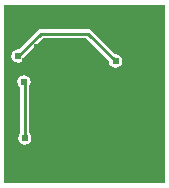
<source format=gbl>
%FSLAX24Y24*%
%MOIN*%
G70*
G01*
G75*
G04 Layer_Physical_Order=2*
G04 Layer_Color=16711680*
%ADD10R,0.0197X0.0256*%
%ADD11R,0.0197X0.0236*%
%ADD12R,0.0236X0.0197*%
%ADD13R,0.0400X0.0370*%
G04:AMPARAMS|DCode=14|XSize=47.2mil|YSize=43.3mil|CornerRadius=0mil|HoleSize=0mil|Usage=FLASHONLY|Rotation=225.000|XOffset=0mil|YOffset=0mil|HoleType=Round|Shape=Rectangle|*
%AMROTATEDRECTD14*
4,1,4,0.0014,0.0320,0.0320,0.0014,-0.0014,-0.0320,-0.0320,-0.0014,0.0014,0.0320,0.0*
%
%ADD14ROTATEDRECTD14*%

%ADD15O,0.0256X0.0079*%
%ADD16O,0.0079X0.0256*%
%ADD17R,0.1850X0.1850*%
G04:AMPARAMS|DCode=18|XSize=19.7mil|YSize=23.6mil|CornerRadius=0mil|HoleSize=0mil|Usage=FLASHONLY|Rotation=225.000|XOffset=0mil|YOffset=0mil|HoleType=Round|Shape=Rectangle|*
%AMROTATEDRECTD18*
4,1,4,-0.0014,0.0153,0.0153,-0.0014,0.0014,-0.0153,-0.0153,0.0014,-0.0014,0.0153,0.0*
%
%ADD18ROTATEDRECTD18*%

%ADD19C,0.0370*%
%ADD20C,0.0080*%
%ADD21C,0.0090*%
%ADD22C,0.0060*%
%ADD23C,0.0240*%
%ADD24C,0.0260*%
G36*
X2668Y-2427D02*
X-2697D01*
Y3526D01*
X2668D01*
Y-2427D01*
D02*
G37*
%LPC*%
G36*
X-2040Y1182D02*
X-2125Y1165D01*
X-2198Y1117D01*
X-2247Y1044D01*
X-2264Y958D01*
X-2247Y872D01*
X-2198Y800D01*
X-2158Y773D01*
Y-754D01*
X-2169Y-761D01*
X-2217Y-834D01*
X-2234Y-920D01*
X-2217Y-1006D01*
X-2169Y-1079D01*
X-2096Y-1127D01*
X-2010Y-1144D01*
X-1924Y-1127D01*
X-1851Y-1079D01*
X-1803Y-1006D01*
X-1786Y-920D01*
X-1803Y-834D01*
X-1851Y-761D01*
X-1862Y-754D01*
Y828D01*
X-1832Y872D01*
X-1815Y958D01*
X-1832Y1044D01*
X-1881Y1117D01*
X-1954Y1165D01*
X-2040Y1182D01*
D02*
G37*
G36*
X100Y2718D02*
X-1478D01*
X-1534Y2707D01*
X-1582Y2675D01*
X-2217Y2040D01*
X-2230Y2042D01*
X-2315Y2025D01*
X-2388Y1977D01*
X-2437Y1904D01*
X-2454Y1818D01*
X-2437Y1732D01*
X-2388Y1660D01*
X-2315Y1611D01*
X-2230Y1594D01*
X-2144Y1611D01*
X-2071Y1660D01*
X-2022Y1732D01*
X-2005Y1818D01*
X-2008Y1831D01*
X-1416Y2422D01*
X39D01*
X798Y1663D01*
X796Y1650D01*
X813Y1564D01*
X861Y1491D01*
X934Y1443D01*
X1020Y1426D01*
X1106Y1443D01*
X1179Y1491D01*
X1227Y1564D01*
X1244Y1650D01*
X1227Y1736D01*
X1179Y1809D01*
X1106Y1857D01*
X1020Y1874D01*
X1007Y1872D01*
X205Y2675D01*
X157Y2707D01*
X100Y2718D01*
D02*
G37*
%LPD*%
D21*
Y2570D02*
X1020Y1650D01*
X-2230Y1818D02*
X-1478Y2570D01*
X-2010Y-910D02*
Y958D01*
X-1478Y2570D02*
X100D01*
D23*
X2550Y-1480D02*
D03*
X1620Y-1480D02*
D03*
X2550Y1550D02*
D03*
Y2290D02*
D03*
Y700D02*
D03*
X1730Y2880D02*
D03*
X-2580Y2130D02*
D03*
X2070Y3400D02*
D03*
X-2580Y3410D02*
D03*
X-2020Y-1320D02*
D03*
X1410Y2250D02*
D03*
X-1120Y-1200D02*
D03*
X1020Y1650D02*
D03*
X-70Y2190D02*
D03*
X-2010Y-920D02*
D03*
X-1590Y2130D02*
D03*
X40Y2980D02*
D03*
X-1590Y3410D02*
D03*
X-2580Y-2310D02*
D03*
X-2580Y-960D02*
D03*
X-1230Y1208D02*
D03*
X-2040Y958D02*
D03*
X-2230Y1818D02*
D03*
X-1990Y1638D02*
D03*
X-2580Y808D02*
D03*
X-880Y-2310D02*
D03*
X1620D02*
D03*
X2550D02*
D03*
D24*
X-709Y709D02*
D03*
X-236D02*
D03*
X236D02*
D03*
X709D02*
D03*
X-709Y236D02*
D03*
X-236D02*
D03*
X236D02*
D03*
X709D02*
D03*
X-709Y-236D02*
D03*
X-236D02*
D03*
X236D02*
D03*
X709D02*
D03*
X-709Y-709D02*
D03*
X-236D02*
D03*
X236D02*
D03*
X709D02*
D03*
M02*

</source>
